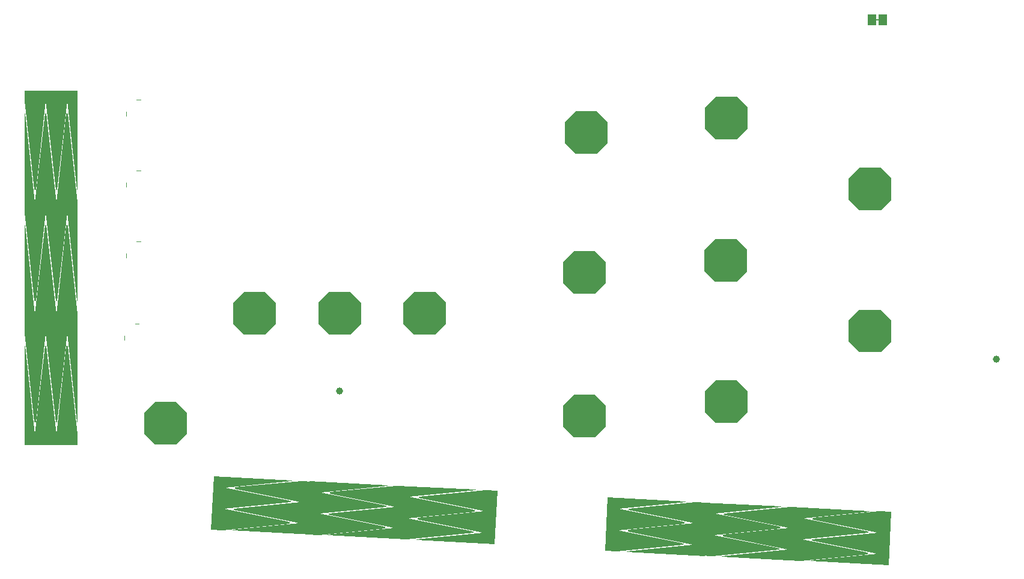
<source format=gtp>
G04 Layer: TopPasteMaskLayer*
G04 EasyEDA v6.3.30, 2020-03-21T18:53:40+08:00*
G04 c5f63f6c624d440bb2292f988f7b391a,d4aa0ff59f9544bb86dfcbd96f28fb4a,05*
G04 Gerber Generator version 0.2*
G04 Scale: 100 percent, Rotated: No, Reflected: No *
G04 Dimensions in millimeters *
G04 leading zeros omitted , absolute positions ,3 integer and 3 decimal *
%FSLAX33Y33*%
%MOMM*%
G90*
G71D02*

%ADD17C,0.999998*%
%ADD18R,1.168400X1.600200*%
%ADD19R,0.635000X0.254000*%
%ADD63C,0.000000*%

%LPD*%
G54D63*
G01X15885Y45599D02*
G01X16469Y45599D01*
G01X14399Y43935D02*
G01X14399Y43351D01*
G01X15663Y33999D02*
G01X16248Y33999D01*
G01X14177Y32336D02*
G01X14177Y31752D01*
G01X15885Y65599D02*
G01X16469Y65599D01*
G01X14399Y63935D02*
G01X14399Y63351D01*
G01X15885Y55599D02*
G01X16469Y55599D01*
G01X14399Y53935D02*
G01X14399Y53351D01*
G36*
G01X26778Y12514D02*
G01X37764Y11947D01*
G01X37759Y11847D01*
G01X28400Y10920D01*
G01X37617Y9051D01*
G01X37607Y8851D01*
G01X28248Y7924D01*
G01X37465Y6055D01*
G01X37455Y5855D01*
G01X28096Y4927D01*
G01X26398Y5013D01*
G01X26778Y12514D01*
G37*
G36*
G01X40430Y4293D02*
G01X29444Y4859D01*
G01X29449Y4959D01*
G01X38808Y5887D01*
G01X29591Y7755D01*
G01X29601Y7955D01*
G01X38960Y8883D01*
G01X29743Y10752D01*
G01X29753Y10951D01*
G01X39112Y11879D01*
G01X40810Y11793D01*
G01X40430Y4293D01*
G37*
G36*
G01X40261Y11831D02*
G01X51246Y11264D01*
G01X51241Y11164D01*
G01X41882Y10237D01*
G01X51100Y8368D01*
G01X51090Y8168D01*
G01X41731Y7241D01*
G01X50948Y5372D01*
G01X50938Y5172D01*
G01X41579Y4244D01*
G01X39881Y4330D01*
G01X40261Y11831D01*
G37*
G36*
G01X52695Y11201D02*
G01X63680Y10634D01*
G01X63675Y10535D01*
G01X54316Y9607D01*
G01X63534Y7738D01*
G01X63524Y7538D01*
G01X54165Y6611D01*
G01X63382Y4742D01*
G01X63372Y4542D01*
G01X54013Y3614D01*
G01X52315Y3701D01*
G01X52695Y11201D01*
G37*
G36*
G01X53813Y3615D02*
G01X42827Y4181D01*
G01X42832Y4281D01*
G01X52191Y5209D01*
G01X42974Y7077D01*
G01X42984Y7277D01*
G01X52343Y8205D01*
G01X43126Y10074D01*
G01X43136Y10273D01*
G01X52495Y11201D01*
G01X54193Y11115D01*
G01X53813Y3615D01*
G37*
G36*
G01X66347Y2980D02*
G01X55361Y3546D01*
G01X55366Y3646D01*
G01X64725Y4574D01*
G01X55508Y6442D01*
G01X55518Y6642D01*
G01X64877Y7570D01*
G01X55660Y9439D01*
G01X55670Y9638D01*
G01X65029Y10566D01*
G01X66726Y10480D01*
G01X66347Y2980D01*
G37*
G36*
G01X82280Y9514D02*
G01X93265Y8948D01*
G01X93260Y8848D01*
G01X83901Y7920D01*
G01X93118Y6051D01*
G01X93108Y5852D01*
G01X83749Y4924D01*
G01X92967Y3055D01*
G01X92957Y2855D01*
G01X83598Y1928D01*
G01X81900Y2014D01*
G01X82280Y9514D01*
G37*
G36*
G01X95931Y1293D02*
G01X84946Y1859D01*
G01X84951Y1959D01*
G01X94310Y2887D01*
G01X85093Y4756D01*
G01X85103Y4955D01*
G01X94462Y5883D01*
G01X85244Y7752D01*
G01X85255Y7952D01*
G01X94614Y8879D01*
G01X96311Y8793D01*
G01X95931Y1293D01*
G37*
G36*
G01X95763Y8831D02*
G01X106748Y8265D01*
G01X106743Y8165D01*
G01X97384Y7237D01*
G01X106601Y5368D01*
G01X106591Y5169D01*
G01X97232Y4241D01*
G01X106449Y2372D01*
G01X106439Y2172D01*
G01X97080Y1245D01*
G01X95383Y1331D01*
G01X95763Y8831D01*
G37*
G36*
G01X108197Y8201D02*
G01X119182Y7635D01*
G01X119177Y7535D01*
G01X109818Y6607D01*
G01X119035Y4738D01*
G01X119025Y4539D01*
G01X109666Y3611D01*
G01X118883Y1742D01*
G01X118873Y1542D01*
G01X109514Y615D01*
G01X107817Y701D01*
G01X108197Y8201D01*
G37*
G36*
G01X109314Y615D02*
G01X98329Y1181D01*
G01X98334Y1281D01*
G01X107693Y2209D01*
G01X98476Y4078D01*
G01X98486Y4277D01*
G01X107845Y5205D01*
G01X98627Y7074D01*
G01X98637Y7274D01*
G01X107996Y8201D01*
G01X109694Y8115D01*
G01X109314Y615D01*
G37*
G36*
G01X121848Y-19D02*
G01X110863Y546D01*
G01X110868Y646D01*
G01X120227Y1574D01*
G01X111009Y3443D01*
G01X111019Y3642D01*
G01X120378Y4570D01*
G01X111161Y6439D01*
G01X111171Y6639D01*
G01X120530Y7566D01*
G01X122228Y7480D01*
G01X121848Y-19D01*
G37*
G36*
G01X7610Y66900D02*
G01X7610Y52900D01*
G01X7500Y52900D01*
G01X6100Y65400D01*
G01X4700Y52900D01*
G01X4500Y52900D01*
G01X3100Y65400D01*
G01X1700Y52900D01*
G01X1500Y52900D01*
G01X100Y65400D01*
G01X100Y66900D01*
G01X7610Y66900D01*
G37*
G36*
G01X90Y49650D02*
G01X90Y63650D01*
G01X200Y63650D01*
G01X1600Y51150D01*
G01X3000Y63650D01*
G01X3200Y63650D01*
G01X4600Y51150D01*
G01X6000Y63650D01*
G01X6200Y63650D01*
G01X7600Y51150D01*
G01X7600Y49650D01*
G01X90Y49650D01*
G37*
G36*
G01X7610Y51200D02*
G01X7610Y37200D01*
G01X7500Y37200D01*
G01X6100Y49700D01*
G01X4700Y37200D01*
G01X4500Y37200D01*
G01X3100Y49700D01*
G01X1700Y37200D01*
G01X1500Y37200D01*
G01X100Y49700D01*
G01X100Y51200D01*
G01X7610Y51200D01*
G37*
G36*
G01X7610Y34150D02*
G01X7610Y20150D01*
G01X7500Y20150D01*
G01X6100Y32649D01*
G01X4700Y20150D01*
G01X4500Y20150D01*
G01X3100Y32649D01*
G01X1700Y20150D01*
G01X1500Y20150D01*
G01X100Y32649D01*
G01X100Y34150D01*
G01X7610Y34150D01*
G37*
G36*
G01X90Y33900D02*
G01X90Y47900D01*
G01X200Y47900D01*
G01X1600Y35400D01*
G01X3000Y47900D01*
G01X3200Y47900D01*
G01X4600Y35400D01*
G01X6000Y47900D01*
G01X6200Y47900D01*
G01X7600Y35400D01*
G01X7600Y33900D01*
G01X90Y33900D01*
G37*
G36*
G01X90Y16900D02*
G01X90Y30899D01*
G01X200Y30899D01*
G01X1600Y18400D01*
G01X3000Y30899D01*
G01X3200Y30899D01*
G01X4600Y18400D01*
G01X6000Y30899D01*
G01X6200Y30899D01*
G01X7600Y18400D01*
G01X7600Y16900D01*
G01X90Y16900D01*
G37*
G54D17*
G01X44500Y24499D03*
G01X137000Y28999D03*
G54D18*
G01X121062Y76900D03*
G01X119538Y76900D03*
G54D19*
G01X120300Y76900D03*
G36*
G01X77470Y24030D02*
G01X75970Y22530D01*
G01X75970Y19530D01*
G01X77470Y18030D01*
G01X80470Y18030D01*
G01X81970Y19530D01*
G01X81970Y22530D01*
G01X80470Y24030D01*
G01X77470Y24030D01*
G37*
G36*
G01X97469Y26029D02*
G01X95969Y24529D01*
G01X95969Y21529D01*
G01X97469Y20029D01*
G01X100469Y20029D01*
G01X101969Y21529D01*
G01X101969Y24529D01*
G01X100469Y26029D01*
G01X97469Y26029D01*
G37*
G36*
G01X117745Y36000D02*
G01X116245Y34500D01*
G01X116245Y31500D01*
G01X117745Y30000D01*
G01X120745Y30000D01*
G01X122245Y31500D01*
G01X122245Y34500D01*
G01X120745Y36000D01*
G01X117745Y36000D01*
G37*
G36*
G01X97420Y45920D02*
G01X95920Y44420D01*
G01X95920Y41420D01*
G01X97420Y39920D01*
G01X100420Y39920D01*
G01X101920Y41420D01*
G01X101920Y44420D01*
G01X100420Y45920D01*
G01X97420Y45920D01*
G37*
G36*
G01X77499Y44254D02*
G01X75999Y42754D01*
G01X75999Y39754D01*
G01X77499Y38254D01*
G01X80499Y38254D01*
G01X81999Y39754D01*
G01X81999Y42754D01*
G01X80499Y44254D01*
G01X77499Y44254D01*
G37*
G36*
G01X77745Y63999D02*
G01X76245Y62500D01*
G01X76245Y59500D01*
G01X77745Y58000D01*
G01X80745Y58000D01*
G01X82245Y59500D01*
G01X82245Y62500D01*
G01X80745Y63999D01*
G01X77745Y63999D01*
G37*
G36*
G01X97500Y65999D02*
G01X96000Y64499D01*
G01X96000Y61500D01*
G01X97500Y60000D01*
G01X100500Y60000D01*
G01X101999Y61500D01*
G01X101999Y64499D01*
G01X100500Y65999D01*
G01X97500Y65999D01*
G37*
G36*
G01X117745Y55999D02*
G01X116245Y54499D01*
G01X116245Y51499D01*
G01X117745Y49999D01*
G01X120745Y49999D01*
G01X122245Y51499D01*
G01X122245Y54499D01*
G01X120745Y55999D01*
G01X117745Y55999D01*
G37*
G36*
G01X55000Y38499D02*
G01X53500Y36999D01*
G01X53500Y33999D01*
G01X55000Y32499D01*
G01X58000Y32499D01*
G01X59500Y33999D01*
G01X59500Y36999D01*
G01X58000Y38499D01*
G01X55000Y38499D01*
G37*
G36*
G01X43000Y38499D02*
G01X41500Y36999D01*
G01X41500Y33999D01*
G01X43000Y32499D01*
G01X46000Y32499D01*
G01X47500Y33999D01*
G01X47500Y36999D01*
G01X46000Y38499D01*
G01X43000Y38499D01*
G37*
G36*
G01X31000Y38499D02*
G01X29500Y36999D01*
G01X29500Y33999D01*
G01X31000Y32499D01*
G01X34000Y32499D01*
G01X35500Y33999D01*
G01X35500Y36999D01*
G01X34000Y38499D01*
G01X31000Y38499D01*
G37*
G36*
G01X18500Y23000D02*
G01X17000Y21500D01*
G01X17000Y18500D01*
G01X18500Y17000D01*
G01X21500Y17000D01*
G01X23000Y18500D01*
G01X23000Y21500D01*
G01X21500Y23000D01*
G01X18500Y23000D01*
G37*
M00*
M02*

</source>
